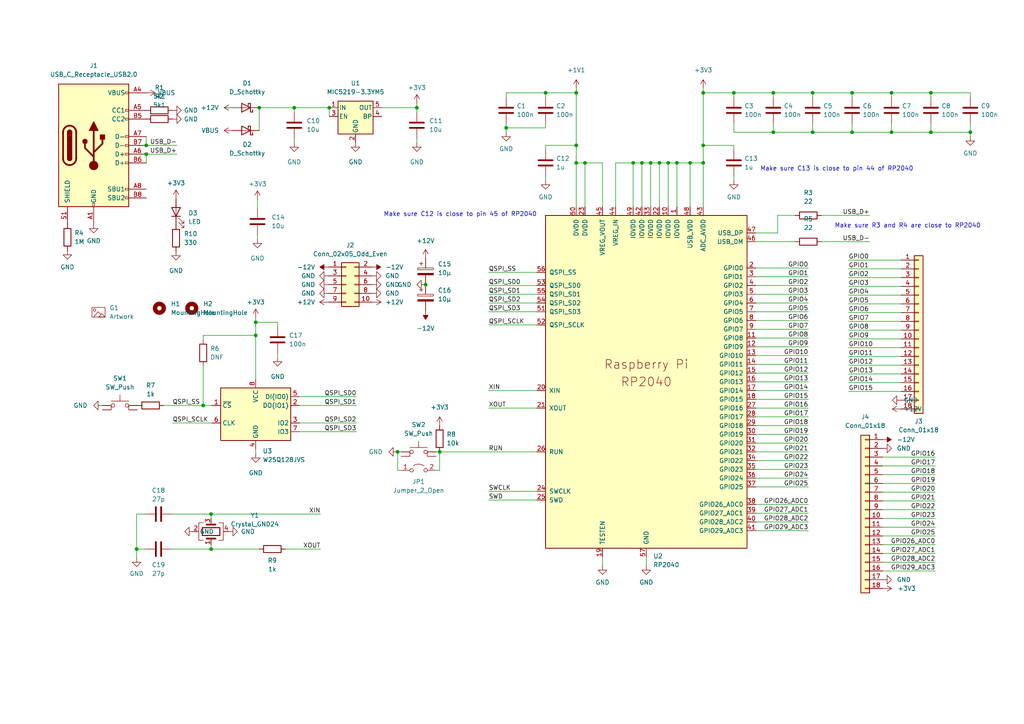
<source format=kicad_sch>
(kicad_sch (version 20211123) (generator eeschema)
  (paper "A4")
  (lib_symbols
    (symbol "Connector:USB_C_Receptacle_USB2.0" (pin_names (offset 1.016))
      (property "Reference" "J" (at -10.16 19.05 0))
      (property "Value" "USB_C_Receptacle_USB2.0" (at 19.05 19.05 0))
      (symbol "USB_C_Receptacle_USB2.0_1_1"
        (pin passive line (at 0 -22.86 90) (length 5.08) (name "GND") (number "A1"))
        (pin passive line (at 0 -22.86 90) (length 5.08) hide (name "GND") (number "A12"))
        (pin passive line (at 15.24 15.24 180) (length 5.08) (name "VBUS") (number "A4"))
        (pin bidirectional line (at 15.24 10.16 180) (length 5.08) (name "CC1") (number "A5"))
        (pin bidirectional line (at 15.24 -2.54 180) (length 5.08) (name "D+") (number "A6"))
        (pin bidirectional line (at 15.24 2.54 180) (length 5.08) (name "D-") (number "A7"))
        (pin bidirectional line (at 15.24 -12.7 180) (length 5.08) (name "SBU1") (number "A8"))
        (pin passive line (at 15.24 15.24 180) (length 5.08) hide (name "VBUS") (number "A9"))
        (pin passive line (at 0 -22.86 90) (length 5.08) hide (name "GND") (number "B1"))
        (pin passive line (at 0 -22.86 90) (length 5.08) hide (name "GND") (number "B12"))
        (pin passive line (at 15.24 15.24 180) (length 5.08) hide (name "VBUS") (number "B4"))
        (pin bidirectional line (at 15.24 7.62 180) (length 5.08) (name "CC2") (number "B5"))
        (pin bidirectional line (at 15.24 -5.08 180) (length 5.08) (name "D+") (number "B6"))
        (pin bidirectional line (at 15.24 0 180) (length 5.08) (name "D-") (number "B7"))
        (pin bidirectional line (at 15.24 -15.24 180) (length 5.08) (name "SBU2") (number "B8"))
        (pin passive line (at 15.24 15.24 180) (length 5.08) hide (name "VBUS") (number "B9"))
        (pin passive line (at -7.62 -22.86 90) (length 5.08) (name "SHIELD") (number "S1"))
      )
    )
    (symbol "Connector_Generic:Conn_01x18" (pin_names (offset 1.016) hide)
      (property "Reference" "J" (at 0 22.86 0))
      (property "Value" "Conn_01x18" (at 0 -25.4 0))
      (symbol "Conn_01x18_1_1"
        (pin passive line (at -5.08 20.32 0) (length 3.81) (name "Pin_1") (number "1"))
        (pin passive line (at -5.08 -2.54 0) (length 3.81) (name "Pin_10") (number "10"))
        (pin passive line (at -5.08 -5.08 0) (length 3.81) (name "Pin_11") (number "11"))
        (pin passive line (at -5.08 -7.62 0) (length 3.81) (name "Pin_12") (number "12"))
        (pin passive line (at -5.08 -10.16 0) (length 3.81) (name "Pin_13") (number "13"))
        (pin passive line (at -5.08 -12.7 0) (length 3.81) (name "Pin_14") (number "14"))
        (pin passive line (at -5.08 -15.24 0) (length 3.81) (name "Pin_15") (number "15"))
        (pin passive line (at -5.08 -17.78 0) (length 3.81) (name "Pin_16") (number "16"))
        (pin passive line (at -5.08 -20.32 0) (length 3.81) (name "Pin_17") (number "17"))
        (pin passive line (at -5.08 -22.86 0) (length 3.81) (name "Pin_18") (number "18"))
        (pin passive line (at -5.08 17.78 0) (length 3.81) (name "Pin_2") (number "2"))
        (pin passive line (at -5.08 15.24 0) (length 3.81) (name "Pin_3") (number "3"))
        (pin passive line (at -5.08 12.7 0) (length 3.81) (name "Pin_4") (number "4"))
        (pin passive line (at -5.08 10.16 0) (length 3.81) (name "Pin_5") (number "5"))
        (pin passive line (at -5.08 7.62 0) (length 3.81) (name "Pin_6") (number "6"))
        (pin passive line (at -5.08 5.08 0) (length 3.81) (name "Pin_7") (number "7"))
        (pin passive line (at -5.08 2.54 0) (length 3.81) (name "Pin_8") (number "8"))
        (pin passive line (at -5.08 0 0) (length 3.81) (name "Pin_9") (number "9"))
      )
    )
    (symbol "Connector_Generic:Conn_02x05_Odd_Even" (pin_names (offset 1.016) hide)
      (property "Reference" "J" (at 1.27 7.62 0))
      (property "Value" "Conn_02x05_Odd_Even" (at 1.27 -7.62 0))
      (symbol "Conn_02x05_Odd_Even_1_1"
        (pin passive line (at -5.08 5.08 0) (length 3.81) (name "Pin_1") (number "1"))
        (pin passive line (at 7.62 -5.08 180) (length 3.81) (name "Pin_10") (number "10"))
        (pin passive line (at 7.62 5.08 180) (length 3.81) (name "Pin_2") (number "2"))
        (pin passive line (at -5.08 2.54 0) (length 3.81) (name "Pin_3") (number "3"))
        (pin passive line (at 7.62 2.54 180) (length 3.81) (name "Pin_4") (number "4"))
        (pin passive line (at -5.08 0 0) (length 3.81) (name "Pin_5") (number "5"))
        (pin passive line (at 7.62 0 180) (length 3.81) (name "Pin_6") (number "6"))
        (pin passive line (at -5.08 -2.54 0) (length 3.81) (name "Pin_7") (number "7"))
        (pin passive line (at 7.62 -2.54 180) (length 3.81) (name "Pin_8") (number "8"))
        (pin passive line (at -5.08 -5.08 0) (length 3.81) (name "Pin_9") (number "9"))
      )
    )
    (symbol "Device:C" (pin_numbers hide) (pin_names (offset 0.254))
      (property "Reference" "C" (at 0.635 2.54 0))
      (property "Value" "C" (at 0.635 -2.54 0))
      (symbol "C_1_1"
        (pin passive line (at 0 3.81 270) (length 2.794) (name "~") (number "1"))
        (pin passive line (at 0 -3.81 90) (length 2.794) (name "~") (number "2"))
      )
    )
    (symbol "Device:C_Polarized" (pin_numbers hide) (pin_names (offset 0.254))
      (property "Reference" "C" (at 0.635 2.54 0))
      (property "Value" "C_Polarized" (at 0.635 -2.54 0))
      (symbol "C_Polarized_1_1"
        (pin passive line (at 0 3.81 270) (length 2.794) (name "~") (number "1"))
        (pin passive line (at 0 -3.81 90) (length 2.794) (name "~") (number "2"))
      )
    )
    (symbol "Device:Crystal_GND24" (pin_names (offset 1.016) hide)
      (property "Reference" "Y" (at 3.175 5.08 0))
      (property "Value" "Crystal_GND24" (at 3.175 3.175 0))
      (symbol "Crystal_GND24_1_1"
        (pin passive line (at -3.81 0 0) (length 1.27) (name "1") (number "1"))
        (pin passive line (at 0 5.08 270) (length 1.27) (name "2") (number "2"))
        (pin passive line (at 3.81 0 180) (length 1.27) (name "3") (number "3"))
        (pin passive line (at 0 -5.08 90) (length 1.27) (name "4") (number "4"))
      )
    )
    (symbol "Device:D_Schottky" (pin_numbers hide) (pin_names (offset 1.016) hide)
      (property "Reference" "D" (at 0 2.54 0))
      (property "Value" "D_Schottky" (at 0 -2.54 0))
      (symbol "D_Schottky_1_1"
        (pin passive line (at -3.81 0 0) (length 2.54) (name "K") (number "1"))
        (pin passive line (at 3.81 0 180) (length 2.54) (name "A") (number "2"))
      )
    )
    (symbol "Device:LED" (pin_numbers hide) (pin_names (offset 1.016) hide)
      (property "Reference" "D" (at 0 2.54 0))
      (property "Value" "LED" (at 0 -2.54 0))
      (symbol "LED_1_1"
        (pin passive line (at -3.81 0 0) (length 2.54) (name "K") (number "1"))
        (pin passive line (at 3.81 0 180) (length 2.54) (name "A") (number "2"))
      )
    )
    (symbol "Device:R" (pin_numbers hide) (pin_names (offset 0))
      (property "Reference" "R" (at 2.032 0 90))
      (property "Value" "R" (at 0 0 90))
      (symbol "R_1_1"
        (pin passive line (at 0 3.81 270) (length 1.27) (name "~") (number "1"))
        (pin passive line (at 0 -3.81 90) (length 1.27) (name "~") (number "2"))
      )
    )
    (symbol "Jumper:Jumper_2_Open" (pin_names (offset 0) hide)
      (property "Reference" "JP" (at 0 2.794 0))
      (property "Value" "Jumper_2_Open" (at 0 -2.286 0))
      (symbol "Jumper_2_Open_1_1"
        (pin passive line (at -5.08 0 0) (length 2.54) (name "A") (number "1"))
        (pin passive line (at 5.08 0 180) (length 2.54) (name "B") (number "2"))
      )
    )
    (symbol "MCU_RaspberryPi_RP2040:RP2040" (pin_names (offset 1.016))
      (property "Reference" "U" (at -29.21 49.53 0))
      (property "Value" "RP2040" (at 24.13 -49.53 0))
      (symbol "RP2040_0_0"
        (text "Raspberry Pi" (at 0 5.08 0) (effects (font (size 2.54 2.54))))
        (text "RP2040" (at 0 0 0) (effects (font (size 2.54 2.54))))
      )
      (symbol "RP2040_1_1"
        (pin power_in line (at 8.89 50.8 270) (length 2.54) (name "IOVDD") (number "1"))
        (pin power_in line (at 6.35 50.8 270) (length 2.54) (name "IOVDD") (number "10"))
        (pin bidirectional line (at 31.75 12.7 180) (length 2.54) (name "GPIO8") (number "11"))
        (pin bidirectional line (at 31.75 10.16 180) (length 2.54) (name "GPIO9") (number "12"))
        (pin bidirectional line (at 31.75 7.62 180) (length 2.54) (name "GPIO10") (number "13"))
        (pin bidirectional line (at 31.75 5.08 180) (length 2.54) (name "GPIO11") (number "14"))
        (pin bidirectional line (at 31.75 2.54 180) (length 2.54) (name "GPIO12") (number "15"))
        (pin bidirectional line (at 31.75 0 180) (length 2.54) (name "GPIO13") (number "16"))
        (pin bidirectional line (at 31.75 -2.54 180) (length 2.54) (name "GPIO14") (number "17"))
        (pin bidirectional line (at 31.75 -5.08 180) (length 2.54) (name "GPIO15") (number "18"))
        (pin passive line (at -12.7 -50.8 90) (length 2.54) (name "TESTEN") (number "19"))
        (pin bidirectional line (at 31.75 33.02 180) (length 2.54) (name "GPIO0") (number "2"))
        (pin input line (at -31.75 -2.54 0) (length 2.54) (name "XIN") (number "20"))
        (pin passive line (at -31.75 -7.62 0) (length 2.54) (name "XOUT") (number "21"))
        (pin power_in line (at 3.81 50.8 270) (length 2.54) (name "IOVDD") (number "22"))
        (pin power_in line (at -17.78 50.8 270) (length 2.54) (name "DVDD") (number "23"))
        (pin output line (at -31.75 -31.75 0) (length 2.54) (name "SWCLK") (number "24"))
        (pin bidirectional line (at -31.75 -34.29 0) (length 2.54) (name "SWD") (number "25"))
        (pin input line (at -31.75 -20.32 0) (length 2.54) (name "RUN") (number "26"))
        (pin bidirectional line (at 31.75 -7.62 180) (length 2.54) (name "GPIO16") (number "27"))
        (pin bidirectional line (at 31.75 -10.16 180) (length 2.54) (name "GPIO17") (number "28"))
        (pin bidirectional line (at 31.75 -12.7 180) (length 2.54) (name "GPIO18") (number "29"))
        (pin bidirectional line (at 31.75 30.48 180) (length 2.54) (name "GPIO1") (number "3"))
        (pin bidirectional line (at 31.75 -15.24 180) (length 2.54) (name "GPIO19") (number "30"))
        (pin bidirectional line (at 31.75 -17.78 180) (length 2.54) (name "GPIO20") (number "31"))
        (pin bidirectional line (at 31.75 -20.32 180) (length 2.54) (name "GPIO21") (number "32"))
        (pin power_in line (at 1.27 50.8 270) (length 2.54) (name "IOVDD") (number "33"))
        (pin bidirectional line (at 31.75 -22.86 180) (length 2.54) (name "GPIO22") (number "34"))
        (pin bidirectional line (at 31.75 -25.4 180) (length 2.54) (name "GPIO23") (number "35"))
        (pin bidirectional line (at 31.75 -27.94 180) (length 2.54) (name "GPIO24") (number "36"))
        (pin bidirectional line (at 31.75 -30.48 180) (length 2.54) (name "GPIO25") (number "37"))
        (pin bidirectional line (at 31.75 -35.56 180) (length 2.54) (name "GPIO26_ADC0") (number "38"))
        (pin bidirectional line (at 31.75 -38.1 180) (length 2.54) (name "GPIO27_ADC1") (number "39"))
        (pin bidirectional line (at 31.75 27.94 180) (length 2.54) (name "GPIO2") (number "4"))
        (pin bidirectional line (at 31.75 -40.64 180) (length 2.54) (name "GPIO28_ADC2") (number "40"))
        (pin bidirectional line (at 31.75 -43.18 180) (length 2.54) (name "GPIO29_ADC3") (number "41"))
        (pin power_in line (at -1.27 50.8 270) (length 2.54) (name "IOVDD") (number "42"))
        (pin power_in line (at 16.51 50.8 270) (length 2.54) (name "ADC_AVDD") (number "43"))
        (pin power_in line (at -8.89 50.8 270) (length 2.54) (name "VREG_IN") (number "44"))
        (pin power_out line (at -12.7 50.8 270) (length 2.54) (name "VREG_VOUT") (number "45"))
        (pin bidirectional line (at 31.75 40.64 180) (length 2.54) (name "USB_DM") (number "46"))
        (pin bidirectional line (at 31.75 43.18 180) (length 2.54) (name "USB_DP") (number "47"))
        (pin power_in line (at 12.7 50.8 270) (length 2.54) (name "USB_VDD") (number "48"))
        (pin power_in line (at -3.81 50.8 270) (length 2.54) (name "IOVDD") (number "49"))
        (pin bidirectional line (at 31.75 25.4 180) (length 2.54) (name "GPIO3") (number "5"))
        (pin power_in line (at -20.32 50.8 270) (length 2.54) (name "DVDD") (number "50"))
        (pin bidirectional line (at -31.75 20.32 0) (length 2.54) (name "QSPI_SD3") (number "51"))
        (pin output line (at -31.75 16.51 0) (length 2.54) (name "QSPI_SCLK") (number "52"))
        (pin bidirectional line (at -31.75 27.94 0) (length 2.54) (name "QSPI_SD0") (number "53"))
        (pin bidirectional line (at -31.75 22.86 0) (length 2.54) (name "QSPI_SD2") (number "54"))
        (pin bidirectional line (at -31.75 25.4 0) (length 2.54) (name "QSPI_SD1") (number "55"))
        (pin bidirectional line (at -31.75 31.75 0) (length 2.54) (name "QSPI_SS") (number "56"))
        (pin power_in line (at 0 -50.8 90) (length 2.54) (name "GND") (number "57"))
        (pin bidirectional line (at 31.75 22.86 180) (length 2.54) (name "GPIO4") (number "6"))
        (pin bidirectional line (at 31.75 20.32 180) (length 2.54) (name "GPIO5") (number "7"))
        (pin bidirectional line (at 31.75 17.78 180) (length 2.54) (name "GPIO6") (number "8"))
        (pin bidirectional line (at 31.75 15.24 180) (length 2.54) (name "GPIO7") (number "9"))
      )
    )
    (symbol "Mechanical:MountingHole" (pin_names (offset 1.016))
      (property "Reference" "H" (at 0 5.08 0))
      (property "Value" "MountingHole" (at 0 3.175 0))
    )
    (symbol "Memory_Flash:W25Q128JVS"
      (property "Reference" "U" (at -8.89 8.89 0))
      (property "Value" "W25Q128JVS" (at 7.62 8.89 0))
      (symbol "W25Q128JVS_1_1"
        (pin input line (at -12.7 2.54 0) (length 2.54) (name "~{CS}") (number "1"))
        (pin bidirectional line (at 12.7 2.54 180) (length 2.54) (name "DO(IO1)") (number "2"))
        (pin bidirectional line (at 12.7 -2.54 180) (length 2.54) (name "IO2") (number "3"))
        (pin power_in line (at 0 -10.16 90) (length 2.54) (name "GND") (number "4"))
        (pin bidirectional line (at 12.7 5.08 180) (length 2.54) (name "DI(IO0)") (number "5"))
        (pin input line (at -12.7 -2.54 0) (length 2.54) (name "CLK") (number "6"))
        (pin bidirectional line (at 12.7 -5.08 180) (length 2.54) (name "IO3") (number "7"))
        (pin power_in line (at 0 10.16 270) (length 2.54) (name "VCC") (number "8"))
      )
    )
    (symbol "Pale Slim Ghost:Artwork" (in_bom no)
      (property "Reference" "G" (at 0 0 0))
      (property "Value" "Artwork" (at 0 0 0))
    )
    (symbol "Regulator_Linear:MIC5219-3.3YM5" (pin_names (offset 0.254))
      (property "Reference" "U" (at -3.81 5.715 0))
      (property "Value" "MIC5219-3.3YM5" (at 0 5.715 0))
      (symbol "MIC5219-3.3YM5_1_1"
        (pin power_in line (at -7.62 2.54 0) (length 2.54) (name "IN") (number "1"))
        (pin power_in line (at 0 -7.62 90) (length 2.54) (name "GND") (number "2"))
        (pin input line (at -7.62 0 0) (length 2.54) (name "EN") (number "3"))
        (pin input line (at 7.62 0 180) (length 2.54) (name "BP") (number "4"))
        (pin power_out line (at 7.62 2.54 180) (length 2.54) (name "OUT") (number "5"))
      )
    )
    (symbol "SW_Push_1" (pin_numbers hide) (pin_names (offset 1.016) hide)
      (property "Reference" "SW2" (at 0 7.874 0))
      (property "Value" "SW_Push" (at 0 5.334 0))
      (symbol "SW_Push_1_0_1"
        (pin passive line (at -5.08 0 0) (length 2.54) (name "1") (number "1"))
        (pin passive line (at 5.08 0 180) (length 2.54) (name "2") (number "2"))
        (pin passive line (at -5.08 -1.27 0) (length 2.54) (name "3") (number "3"))
        (pin passive line (at 5.08 -1.27 180) (length 2.54) (name "4") (number "4"))
      )
    )
    (symbol "power:+12V" (power) (pin_names (offset 0))
      (property "Value" "+12V" (at 0 3.556 0))
      (symbol "+12V_1_1"
        (pin power_in line (at 0 0 90) (length 0) hide (name "+12V") (number "1"))
      )
    )
    (symbol "power:+1V1" (power) (pin_names (offset 0))
      (property "Value" "+1V1" (at 0 3.556 0))
      (symbol "+1V1_1_1"
        (pin power_in line (at 0 0 90) (length 0) hide (name "+1V1") (number "1"))
      )
    )
    (symbol "power:+3V3" (power) (pin_names (offset 0))
      (property "Value" "+3V3" (at 0 3.556 0))
      (symbol "+3V3_1_1"
        (pin power_in line (at 0 0 90) (length 0) hide (name "+3V3") (number "1"))
      )
    )
    (symbol "power:-12V" (power) (pin_names (offset 0))
      (property "Value" "-12V" (at 0 3.81 0))
      (symbol "-12V_0_0"
        (pin power_in line (at 0 0 90) (length 0) hide (name "-12V") (number "1"))
      )
    )
    (symbol "power:GND" (power) (pin_names (offset 0))
      (property "Value" "GND" (at 0 -3.81 0))
      (symbol "GND_1_1"
        (pin power_in line (at 0 0 270) (length 0) hide (name "GND") (number "1"))
      )
    )
    (symbol "power:VBUS" (power) (pin_names (offset 0))
      (property "Value" "VBUS" (at 0 3.81 0))
      (symbol "VBUS_1_1"
        (pin power_in line (at 0 0 90) (length 0) hide (name "VBUS") (number "1"))
      )
    )
  )
  (junction (at 115.316 131.064))
  (junction (at 247.142 38.354))
  (junction (at 212.852 26.924))
  (junction (at 167.132 47.244))
  (junction (at 247.142 26.924))
  (junction (at 224.282 38.354))
  (junction (at 258.572 26.924))
  (junction (at 203.962 47.244))
  (junction (at 270.002 26.924))
  (junction (at 58.928 117.602))
  (junction (at 167.132 42.164))
  (junction (at 95.504 31.242))
  (junction (at 281.432 38.354))
  (junction (at 270.002 38.354))
  (junction (at 258.572 38.354))
  (junction (at 203.962 26.924))
  (junction (at 74.168 93.472))
  (junction (at 235.712 26.924))
  (junction (at 61.214 159.258))
  (junction (at 186.182 47.244))
  (junction (at 196.342 47.244))
  (junction (at 85.344 31.242))
  (junction (at 158.242 26.924))
  (junction (at 123.444 82.55))
  (junction (at 39.624 159.258))
  (junction (at 127.508 131.064))
  (junction (at 188.722 47.244))
  (junction (at 146.812 37.084))
  (junction (at 42.418 44.704))
  (junction (at 191.262 47.244))
  (junction (at 61.214 149.098))
  (junction (at 74.168 97.282))
  (junction (at 169.672 47.244))
  (junction (at 203.962 42.164))
  (junction (at 235.712 38.354))
  (junction (at 167.132 26.924))
  (junction (at 183.642 47.244))
  (junction (at 75.184 31.242))
  (junction (at 120.904 31.242))
  (junction (at 42.418 42.164))
  (junction (at 200.152 47.244))
  (junction (at 193.802 47.244))
  (junction (at 224.282 26.924))
  (wire (pts (xy 225.552 62.484) (xy 230.632 62.484)))
  (wire (pts (xy 219.202 141.224) (xy 234.442 141.224)))
  (wire (pts (xy 219.202 90.424) (xy 234.442 90.424)))
  (wire (pts (xy 247.142 38.354) (xy 235.712 38.354)))
  (wire (pts (xy 85.344 40.132) (xy 85.344 41.402)))
  (wire (pts (xy 174.752 59.944) (xy 174.752 47.244)))
  (wire (pts (xy 39.624 159.258) (xy 39.624 161.798)))
  (wire (pts (xy 178.562 47.244) (xy 183.642 47.244)))
  (wire (pts (xy 141.732 82.804) (xy 155.702 82.804)))
  (wire (pts (xy 270.002 38.354) (xy 258.572 38.354)))
  (wire (pts (xy 281.432 28.194) (xy 281.432 26.924)))
  (wire (pts (xy 155.702 118.364) (xy 141.732 118.364)))
  (wire (pts (xy 256.032 157.988) (xy 271.272 157.988)))
  (wire (pts (xy 212.852 35.814) (xy 212.852 38.354)))
  (wire (pts (xy 258.572 38.354) (xy 247.142 38.354)))
  (wire (pts (xy 256.032 142.748) (xy 271.272 142.748)))
  (wire (pts (xy 247.142 35.814) (xy 247.142 38.354)))
  (wire (pts (xy 47.498 117.602) (xy 58.928 117.602)))
  (wire (pts (xy 200.152 47.244) (xy 203.962 47.244)))
  (wire (pts (xy 158.242 37.084) (xy 158.242 35.814)))
  (wire (pts (xy 95.504 31.242) (xy 95.504 33.782)))
  (wire (pts (xy 261.366 77.978) (xy 246.126 77.978)))
  (wire (pts (xy 82.804 159.258) (xy 92.964 159.258)))
  (wire (pts (xy 219.202 77.724) (xy 234.442 77.724)))
  (wire (pts (xy 155.702 94.234) (xy 141.732 94.234)))
  (wire (pts (xy 219.202 125.984) (xy 234.442 125.984)))
  (wire (pts (xy 219.202 108.204) (xy 234.442 108.204)))
  (wire (pts (xy 42.418 42.164) (xy 51.308 42.164)))
  (wire (pts (xy 219.202 103.124) (xy 234.442 103.124)))
  (wire (pts (xy 224.282 26.924) (xy 235.712 26.924)))
  (wire (pts (xy 187.452 161.544) (xy 187.452 164.084)))
  (wire (pts (xy 203.962 42.164) (xy 203.962 47.244)))
  (wire (pts (xy 212.852 51.054) (xy 212.852 52.324)))
  (wire (pts (xy 256.032 140.208) (xy 271.272 140.208)))
  (wire (pts (xy 155.702 142.494) (xy 141.732 142.494)))
  (wire (pts (xy 167.132 25.654) (xy 167.132 26.924)))
  (wire (pts (xy 219.202 128.524) (xy 234.442 128.524)))
  (wire (pts (xy 158.242 43.434) (xy 158.242 42.164)))
  (wire (pts (xy 212.852 28.194) (xy 212.852 26.924)))
  (wire (pts (xy 42.418 44.704) (xy 51.308 44.704)))
  (wire (pts (xy 116.332 136.398) (xy 115.316 136.398)))
  (wire (pts (xy 141.732 87.884) (xy 155.702 87.884)))
  (wire (pts (xy 110.744 31.242) (xy 120.904 31.242)))
  (wire (pts (xy 80.518 93.472) (xy 74.168 93.472)))
  (wire (pts (xy 174.752 161.544) (xy 174.752 164.084)))
  (wire (pts (xy 270.002 35.814) (xy 270.002 38.354)))
  (wire (pts (xy 235.712 26.924) (xy 247.142 26.924)))
  (wire (pts (xy 256.032 163.068) (xy 271.272 163.068)))
  (wire (pts (xy 256.032 165.608) (xy 271.272 165.608)))
  (wire (pts (xy 258.572 26.924) (xy 270.002 26.924)))
  (wire (pts (xy 256.032 145.288) (xy 271.272 145.288)))
  (wire (pts (xy 261.366 103.378) (xy 246.126 103.378)))
  (wire (pts (xy 158.242 28.194) (xy 158.242 26.924)))
  (wire (pts (xy 219.202 80.264) (xy 234.442 80.264)))
  (wire (pts (xy 74.168 130.302) (xy 74.168 131.572)))
  (wire (pts (xy 188.722 59.944) (xy 188.722 47.244)))
  (wire (pts (xy 141.732 90.424) (xy 155.702 90.424)))
  (wire (pts (xy 120.904 40.132) (xy 120.904 41.402)))
  (wire (pts (xy 174.752 47.244) (xy 169.672 47.244)))
  (wire (pts (xy 85.344 32.512) (xy 85.344 31.242)))
  (wire (pts (xy 219.202 100.584) (xy 234.442 100.584)))
  (wire (pts (xy 74.168 97.282) (xy 74.168 109.982)))
  (wire (pts (xy 212.852 43.434) (xy 212.852 42.164)))
  (wire (pts (xy 75.184 31.242) (xy 85.344 31.242)))
  (wire (pts (xy 261.366 113.538) (xy 246.126 113.538)))
  (wire (pts (xy 219.202 123.444) (xy 234.442 123.444)))
  (wire (pts (xy 167.132 42.164) (xy 167.132 47.244)))
  (wire (pts (xy 74.168 93.472) (xy 74.168 97.282)))
  (wire (pts (xy 49.784 159.258) (xy 61.214 159.258)))
  (wire (pts (xy 146.812 28.194) (xy 146.812 26.924)))
  (wire (pts (xy 42.418 39.624) (xy 42.418 42.164)))
  (wire (pts (xy 261.366 75.438) (xy 246.126 75.438)))
  (wire (pts (xy 212.852 26.924) (xy 224.282 26.924)))
  (wire (pts (xy 167.132 47.244) (xy 167.132 59.944)))
  (wire (pts (xy 158.242 51.054) (xy 158.242 52.324)))
  (wire (pts (xy 61.214 150.368) (xy 61.214 149.098)))
  (wire (pts (xy 186.182 59.944) (xy 186.182 47.244)))
  (wire (pts (xy 49.784 149.098) (xy 61.214 149.098)))
  (wire (pts (xy 235.712 35.814) (xy 235.712 38.354)))
  (wire (pts (xy 203.962 25.654) (xy 203.962 26.924)))
  (wire (pts (xy 203.962 42.164) (xy 212.852 42.164)))
  (wire (pts (xy 58.928 97.282) (xy 74.168 97.282)))
  (wire (pts (xy 256.032 150.368) (xy 271.272 150.368)))
  (wire (pts (xy 196.342 47.244) (xy 196.342 59.944)))
  (wire (pts (xy 256.032 160.528) (xy 271.272 160.528)))
  (wire (pts (xy 86.868 117.602) (xy 103.378 117.602)))
  (wire (pts (xy 219.202 70.104) (xy 230.632 70.104)))
  (wire (pts (xy 258.572 35.814) (xy 258.572 38.354)))
  (wire (pts (xy 178.562 59.944) (xy 178.562 47.244)))
  (wire (pts (xy 256.032 135.128) (xy 271.272 135.128)))
  (wire (pts (xy 120.904 31.242) (xy 120.904 29.972)))
  (wire (pts (xy 247.142 28.194) (xy 247.142 26.924)))
  (wire (pts (xy 86.868 125.222) (xy 103.378 125.222)))
  (wire (pts (xy 219.202 115.824) (xy 234.442 115.824)))
  (wire (pts (xy 126.492 136.398) (xy 127.508 136.398)))
  (wire (pts (xy 261.366 85.598) (xy 246.126 85.598)))
  (wire (pts (xy 261.366 93.218) (xy 246.126 93.218)))
  (wire (pts (xy 219.202 131.064) (xy 234.442 131.064)))
  (wire (pts (xy 219.202 98.044) (xy 234.442 98.044)))
  (wire (pts (xy 225.552 62.484) (xy 225.552 67.564)))
  (wire (pts (xy 261.366 83.058) (xy 246.126 83.058)))
  (wire (pts (xy 219.202 151.384) (xy 234.442 151.384)))
  (wire (pts (xy 203.962 47.244) (xy 203.962 59.944)))
  (wire (pts (xy 219.202 95.504) (xy 234.442 95.504)))
  (wire (pts (xy 80.518 102.362) (xy 80.518 103.632)))
  (wire (pts (xy 261.366 88.138) (xy 246.126 88.138)))
  (wire (pts (xy 270.002 38.354) (xy 281.432 38.354)))
  (wire (pts (xy 193.802 47.244) (xy 196.342 47.244)))
  (wire (pts (xy 281.432 35.814) (xy 281.432 38.354)))
  (wire (pts (xy 256.032 155.448) (xy 271.272 155.448)))
  (wire (pts (xy 155.702 78.994) (xy 141.732 78.994)))
  (wire (pts (xy 203.962 26.924) (xy 212.852 26.924)))
  (wire (pts (xy 224.282 28.194) (xy 224.282 26.924)))
  (wire (pts (xy 219.202 133.604) (xy 234.442 133.604)))
  (wire (pts (xy 141.732 113.284) (xy 155.702 113.284)))
  (wire (pts (xy 74.168 92.202) (xy 74.168 93.472)))
  (wire (pts (xy 196.342 47.244) (xy 200.152 47.244)))
  (wire (pts (xy 256.032 147.828) (xy 271.272 147.828)))
  (wire (pts (xy 261.366 105.918) (xy 246.126 105.918)))
  (wire (pts (xy 146.812 37.084) (xy 146.812 38.354)))
  (wire (pts (xy 219.202 148.844) (xy 234.442 148.844)))
  (wire (pts (xy 120.904 32.512) (xy 120.904 31.242)))
  (wire (pts (xy 188.722 47.244) (xy 191.262 47.244)))
  (wire (pts (xy 42.164 159.258) (xy 39.624 159.258)))
  (wire (pts (xy 261.366 108.458) (xy 246.126 108.458)))
  (wire (pts (xy 219.202 92.964) (xy 234.442 92.964)))
  (wire (pts (xy 74.676 57.912) (xy 74.676 60.452)))
  (wire (pts (xy 261.366 90.678) (xy 246.126 90.678)))
  (wire (pts (xy 61.214 149.098) (xy 92.964 149.098)))
  (wire (pts (xy 74.676 68.072) (xy 74.676 69.342)))
  (wire (pts (xy 219.202 146.304) (xy 234.442 146.304)))
  (wire (pts (xy 261.366 80.518) (xy 246.126 80.518)))
  (wire (pts (xy 219.202 85.344) (xy 234.442 85.344)))
  (wire (pts (xy 224.282 35.814) (xy 224.282 38.354)))
  (wire (pts (xy 141.732 85.344) (xy 155.702 85.344)))
  (wire (pts (xy 247.142 26.924) (xy 258.572 26.924)))
  (wire (pts (xy 219.202 136.144) (xy 234.442 136.144)))
  (wire (pts (xy 219.202 87.884) (xy 234.442 87.884)))
  (wire (pts (xy 167.132 26.924) (xy 167.132 42.164)))
  (wire (pts (xy 219.202 105.664) (xy 234.442 105.664)))
  (wire (pts (xy 42.164 149.098) (xy 39.624 149.098)))
  (wire (pts (xy 191.262 59.944) (xy 191.262 47.244)))
  (wire (pts (xy 42.418 44.704) (xy 42.418 47.244)))
  (wire (pts (xy 219.202 153.924) (xy 234.442 153.924)))
  (wire (pts (xy 95.504 31.242) (xy 85.344 31.242)))
  (wire (pts (xy 219.202 120.904) (xy 234.442 120.904)))
  (wire (pts (xy 219.202 110.744) (xy 234.442 110.744)))
  (wire (pts (xy 61.214 157.988) (xy 61.214 159.258)))
  (wire (pts (xy 61.214 159.258) (xy 75.184 159.258)))
  (wire (pts (xy 169.672 47.244) (xy 167.132 47.244)))
  (wire (pts (xy 281.432 38.354) (xy 281.432 39.624)))
  (wire (pts (xy 86.868 115.062) (xy 103.378 115.062)))
  (wire (pts (xy 238.252 62.484) (xy 252.222 62.484)))
  (wire (pts (xy 200.152 59.944) (xy 200.152 47.244)))
  (wire (pts (xy 219.202 82.804) (xy 234.442 82.804)))
  (wire (pts (xy 219.202 67.564) (xy 225.552 67.564)))
  (wire (pts (xy 235.712 38.354) (xy 224.282 38.354)))
  (wire (pts (xy 146.812 35.814) (xy 146.812 37.084)))
  (wire (pts (xy 261.366 110.998) (xy 246.126 110.998)))
  (wire (pts (xy 58.928 106.172) (xy 58.928 117.602)))
  (wire (pts (xy 169.672 59.944) (xy 169.672 47.244)))
  (wire (pts (xy 256.032 132.588) (xy 271.272 132.588)))
  (wire (pts (xy 235.712 28.194) (xy 235.712 26.924)))
  (wire (pts (xy 224.282 38.354) (xy 212.852 38.354)))
  (wire (pts (xy 126.492 131.064) (xy 127.508 131.064)))
  (wire (pts (xy 58.928 98.552) (xy 58.928 97.282)))
  (wire (pts (xy 58.928 117.602) (xy 61.468 117.602)))
  (wire (pts (xy 238.252 70.104) (xy 252.222 70.104)))
  (wire (pts (xy 261.366 98.298) (xy 246.126 98.298)))
  (wire (pts (xy 203.962 26.924) (xy 203.962 42.164)))
  (wire (pts (xy 155.702 145.034) (xy 141.732 145.034)))
  (wire (pts (xy 258.572 28.194) (xy 258.572 26.924)))
  (wire (pts (xy 158.242 26.924) (xy 167.132 26.924)))
  (wire (pts (xy 115.316 131.064) (xy 116.332 131.064)))
  (wire (pts (xy 270.002 26.924) (xy 281.432 26.924)))
  (wire (pts (xy 146.812 37.084) (xy 158.242 37.084)))
  (wire (pts (xy 115.316 136.398) (xy 115.316 131.064)))
  (wire (pts (xy 39.624 149.098) (xy 39.624 159.258)))
  (wire (pts (xy 219.202 118.364) (xy 234.442 118.364)))
  (wire (pts (xy 193.802 59.944) (xy 193.802 47.244)))
  (wire (pts (xy 127.508 136.398) (xy 127.508 131.064)))
  (wire (pts (xy 127.508 131.064) (xy 155.702 131.064)))
  (wire (pts (xy 146.812 26.924) (xy 158.242 26.924)))
  (wire (pts (xy 191.262 47.244) (xy 193.802 47.244)))
  (wire (pts (xy 75.184 31.242) (xy 75.184 37.846)))
  (wire (pts (xy 261.366 100.838) (xy 246.126 100.838)))
  (wire (pts (xy 183.642 47.244) (xy 186.182 47.244)))
  (wire (pts (xy 219.202 113.284) (xy 234.442 113.284)))
  (wire (pts (xy 261.366 95.758) (xy 246.126 95.758)))
  (wire (pts (xy 270.002 28.194) (xy 270.002 26.924)))
  (wire (pts (xy 86.868 122.682) (xy 103.378 122.682)))
  (wire (pts (xy 219.202 138.684) (xy 234.442 138.684)))
  (wire (pts (xy 158.242 42.164) (xy 167.132 42.164)))
  (wire (pts (xy 50.038 122.682) (xy 61.468 122.682)))
  (wire (pts (xy 80.518 94.742) (xy 80.518 93.472)))
  (wire (pts (xy 256.032 137.668) (xy 271.272 137.668)))
  (wire (pts (xy 183.642 59.944) (xy 183.642 47.244)))
  (wire (pts (xy 256.032 152.908) (xy 271.272 152.908)))
  (wire (pts (xy 186.182 47.244) (xy 188.722 47.244)))
  (text "Make sure C13 is close to pin 44 of RP2040" (at 220.472 49.784 0) (effects (font (size 1.27 1.27)) (justify left bottom)))
  (text "Make sure C12 is close to pin 45 of RP2040" (at 111.252 62.992 0) (effects (font (size 1.27 1.27)) (justify left bottom)))
  (text "Make sure R3 and R4 are close to RP2040" (at 242.062 66.294 0) (effects (font (size 1.27 1.27)) (justify left bottom)))
  (label "GPIO25" (at 271.272 155.448 180))
  (label "GPIO18" (at 234.442 123.444 180))
  (label "GPIO29_ADC3" (at 271.272 165.608 180))
  (label "USB_D+" (at 252.222 62.484 180))
  (label "RUN" (at 141.732 131.064 0))
  (label "GPIO19" (at 234.442 125.984 180))
  (label "GPIO13" (at 234.442 110.744 180))
  (label "GPIO27_ADC1" (at 234.442 148.844 180))
  (label "GPIO16" (at 234.442 118.364 180))
  (label "GPIO28_ADC2" (at 271.272 163.068 180))
  (label "GPIO22" (at 271.272 147.828 180))
  (label "GPIO11" (at 234.442 105.664 180))
  (label "GPIO3" (at 234.442 85.344 180))
  (label "SWD" (at 141.732 145.034 0))
  (label "GPIO20" (at 271.272 142.748 180))
  (label "GPIO18" (at 271.272 137.668 180))
  (label "GPIO10" (at 234.442 103.124 180))
  (label "QSPI_SD3" (at 141.732 90.424 0))
  (label "GPIO27_ADC1" (at 271.272 160.528 180))
  (label "GPIO9" (at 234.442 100.584 180))
  (label "GPIO23" (at 271.272 150.368 180))
  (label "GPIO17" (at 271.272 135.128 180))
  (label "QSPI_SD1" (at 141.732 85.344 0))
  (label "USB_D+" (at 51.308 44.704 180))
  (label "GPIO21" (at 234.442 131.064 180))
  (label "GPIO26_ADC0" (at 271.272 157.988 180))
  (label "GPIO1" (at 246.126 77.978 0))
  (label "GPIO29_ADC3" (at 234.442 153.924 180))
  (label "GPIO7" (at 246.126 93.218 0))
  (label "XOUT" (at 141.732 118.364 0))
  (label "GPIO15" (at 246.126 113.538 0))
  (label "QSPI_SD1" (at 103.378 117.602 180))
  (label "GPIO19" (at 271.272 140.208 180))
  (label "GPIO9" (at 246.126 98.298 0))
  (label "GPIO10" (at 246.126 100.838 0))
  (label "GPIO0" (at 246.126 75.438 0))
  (label "GPIO17" (at 234.442 120.904 180))
  (label "GPIO8" (at 234.442 98.044 180))
  (label "GPIO4" (at 234.442 87.884 180))
  (label "GPIO1" (at 234.442 80.264 180))
  (label "GPIO24" (at 271.272 152.908 180))
  (label "GPIO16" (at 271.272 132.588 180))
  (label "USB_D-" (at 252.222 70.104 180))
  (label "GPIO14" (at 246.126 110.998 0))
  (label "QSPI_SS" (at 50.038 117.602 0))
  (label "GPIO25" (at 234.442 141.224 180))
  (label "GPIO11" (at 246.126 103.378 0))
  (label "GPIO24" (at 234.442 138.684 180))
  (label "GPIO12" (at 246.126 105.918 0))
  (label "QSPI_SS" (at 141.732 78.994 0))
  (label "GPIO6" (at 234.442 92.964 180))
  (label "GPIO5" (at 246.126 88.138 0))
  (label "GPIO26_ADC0" (at 234.442 146.304 180))
  (label "GPIO4" (at 246.126 85.598 0))
  (label "GPIO5" (at 234.442 90.424 180))
  (label "QSPI_SD0" (at 141.732 82.804 0))
  (label "SWCLK" (at 141.732 142.494 0))
  (label "GPIO2" (at 234.442 82.804 180))
  (label "GPIO22" (at 234.442 133.604 180))
  (label "GPIO3" (at 246.126 83.058 0))
  (label "GPIO28_ADC2" (at 234.442 151.384 180))
  (label "GPIO20" (at 234.442 128.524 180))
  (label "GPIO12" (at 234.442 108.204 180))
  (label "XIN" (at 92.964 149.098 180))
  (label "QSPI_SD3" (at 103.378 125.222 180))
  (label "QSPI_SD2" (at 141.732 87.884 0))
  (label "QSPI_SCLK" (at 50.038 122.682 0))
  (label "GPIO2" (at 246.126 80.518 0))
  (label "GPIO21" (at 271.272 145.288 180))
  (label "GPIO0" (at 234.442 77.724 180))
  (label "GPIO8" (at 246.126 95.758 0))
  (label "USB_D-" (at 51.308 42.164 180))
  (label "XOUT" (at 92.964 159.258 180))
  (label "GPIO7" (at 234.442 95.504 180))
  (label "GPIO6" (at 246.126 90.678 0))
  (label "QSPI_SD2" (at 103.378 122.682 180))
  (label "GPIO15" (at 234.442 115.824 180))
  (label "QSPI_SCLK" (at 141.732 94.234 0))
  (label "GPIO13" (at 246.126 108.458 0))
  (label "GPIO23" (at 234.442 136.144 180))
  (label "QSPI_SD0" (at 103.378 115.062 180))
  (label "GPIO14" (at 234.442 113.284 180))
  (label "XIN" (at 141.732 113.284 0))
  (symbol (lib_id "power:GND") (at 66.294 154.178 90) (unit 1)
    (property "Reference" "#PWR043" (effects hide))
    (property "Value" "GND" (at 69.85 154.1779 90) (effects (justify right)))
  )
  (symbol (lib_id "Device:C") (at 45.974 159.258 270) (unit 1)
    (property "Reference" "C19" (at 45.974 163.83 90))
    (property "Value" "27p" (at 45.974 166.37 90))
    (property "Footprint" "Capacitor_SMD:C_0402_1005Metric" (effects hide))
  )
  (symbol (lib_id "power:GND") (at 56.134 154.178 270) (unit 1)
    (property "Reference" "#PWR042" (effects hide))
    (property "Value" "GND" (at 57.912 154.1779 90) (effects (justify left)))
  )
  (symbol (lib_id "power:GND") (at 107.95 85.09 90) (mirror x) (unit 1)
    (property "Reference" "#PWR029" (effects hide))
    (property "Value" "GND" (at 111.76 85.0899 90) (effects (justify right)))
  )
  (symbol (lib_id "power:GND") (at 107.95 80.01 90) (mirror x) (unit 1)
    (property "Reference" "#PWR024" (effects hide))
    (property "Value" "GND" (at 111.76 80.0099 90) (effects (justify right)))
  )
  (symbol (lib_id "power:GND") (at 256.032 168.148 90) (mirror x) (unit 1)
    (property "Reference" "#PWR0107" (effects hide))
    (property "Value" "GND" (at 260.096 168.1481 90) (effects (justify right)))
  )
  (symbol (lib_id "Device:C") (at 247.142 32.004 0) (unit 1)
    (property "Reference" "C6" (at 250.19 30.7339 0) (effects (justify left)))
    (property "Value" "100n" (at 250.19 33.2739 0) (effects (justify left)))
    (property "Footprint" "Capacitor_SMD:C_0402_1005Metric" (effects hide))
  )
  (symbol (lib_id "Mechanical:MountingHole") (at 46.228 89.408 0) (unit 1) (in_bom no)
    (property "Reference" "H1" (at 49.53 88.1379 0) (effects (justify left)))
    (property "Value" "MountingHole" (at 49.53 90.6779 0) (effects (justify left)))
    (property "Footprint" "Pale Slim Ghost:hole JLCPCB tooling" (effects hide))
  )
  (symbol (lib_id "Connector_Generic:Conn_02x05_Odd_Even") (at 100.33 82.55 0) (unit 1) (in_bom no)
    (property "Reference" "J2" (at 101.6 71.12 0))
    (property "Value" "Conn_02x05_Odd_Even" (at 101.6 73.66 0))
    (property "Footprint" "Pale Slim Ghost:PinHeader_Shrouded_2x05_P2.54mm_Horizontal" (effects hide))
  )
  (symbol (lib_id "power:+3V3") (at 203.962 25.654 0) (unit 1)
    (property "Reference" "#PWR02" (effects hide))
    (property "Value" "+3V3" (at 203.962 20.32 0))
  )
  (symbol (lib_id "power:GND") (at 158.242 52.324 0) (unit 1)
    (property "Reference" "#PWR014" (effects hide))
    (property "Value" "GND" (at 158.242 57.15 0))
  )
  (symbol (lib_id "power:GND") (at 123.444 82.55 270) (unit 1)
    (property "Reference" "#PWR027" (effects hide))
    (property "Value" "GND" (at 119.38 82.5499 90) (effects (justify right)))
  )
  (symbol (lib_id "Regulator_Linear:MIC5219-3.3YM5") (at 103.124 33.782 0) (unit 1) (in_bom no)
    (property "Reference" "U1" (at 103.124 24.13 0))
    (property "Value" "MIC5219-3.3YM5" (at 103.124 26.67 0))
    (property "Footprint" "Package_TO_SOT_SMD:SOT-23-5" (effects hide))
    (property "Datasheet" "http://ww1.microchip.com/downloads/en/DeviceDoc/MIC5219-500mA-Peak-Output-LDO-Regulator-DS20006021A.pdf" (effects hide))
  )
  (symbol (lib_id "Jumper:Jumper_2_Open") (at 121.412 136.398 0) (unit 1) (in_bom no)
    (property "Reference" "JP1" (at 121.412 139.7 0))
    (property "Value" "Jumper_2_Open" (at 121.412 142.24 0))
    (property "Footprint" "Jumper:SolderJumper-2_P1.3mm_Open_Pad1.0x1.5mm" (effects hide))
  )
  (symbol (lib_id "power:GND") (at 27.178 65.024 0) (unit 1)
    (property "Reference" "#PWR017" (effects hide))
    (property "Value" "GND" (at 27.178 69.85 0))
  )
  (symbol (lib_id "power:+3V3") (at 256.032 170.688 270) (mirror x) (unit 1)
    (property "Reference" "#PWR0106" (effects hide))
    (property "Value" "+3V3" (at 260.35 170.6881 90) (effects (justify left)))
  )
  (symbol (lib_id "power:GND") (at 187.452 164.084 0) (unit 1)
    (property "Reference" "#PWR041" (effects hide))
    (property "Value" "GND" (at 187.452 168.91 0))
  )
  (symbol (lib_id "power:VBUS") (at 42.418 26.924 270) (unit 1)
    (property "Reference" "#PWR03" (effects hide))
    (property "Value" "VBUS" (at 45.72 26.9239 90) (effects (justify left)))
  )
  (symbol (lib_id "Device:R") (at 234.442 70.104 270) (unit 1)
    (property "Reference" "R5" (at 234.442 63.5 90))
    (property "Value" "22" (at 234.442 66.04 90))
    (property "Footprint" "Resistor_SMD:R_0402_1005Metric" (effects hide))
  )
  (symbol (lib_id "Device:R") (at 46.228 34.544 90) (unit 1)
    (property "Reference" "R2" (at 46.228 27.94 90))
    (property "Value" "5k1" (at 46.228 30.48 90))
    (property "Footprint" "Resistor_SMD:R_0402_1005Metric" (effects hide))
  )
  (symbol (lib_id "power:GND") (at 51.054 72.898 0) (unit 1)
    (property "Reference" "#PWR0102" (effects hide))
    (property "Value" "GND" (at 51.054 78.486 0))
  )
  (symbol (lib_id "power:+3V3") (at 120.904 29.972 0) (unit 1)
    (property "Reference" "#PWR04" (effects hide))
    (property "Value" "+3V3" (at 120.904 25.4 0))
  )
  (symbol (lib_id "Device:R") (at 127.508 127.254 0) (unit 1)
    (property "Reference" "R8" (at 129.54 125.9839 0) (effects (justify left)))
    (property "Value" "10k" (at 129.54 128.5239 0) (effects (justify left)))
    (property "Footprint" "Resistor_SMD:R_0402_1005Metric" (effects hide))
  )
  (symbol (lib_id "power:GND") (at 107.95 82.55 90) (mirror x) (unit 1)
    (property "Reference" "#PWR026" (effects hide))
    (property "Value" "GND" (at 111.76 82.5499 90) (effects (justify right)))
  )
  (symbol (lib_id "Memory_Flash:W25Q128JVS") (at 74.168 120.142 0) (unit 1)
    (property "Reference" "U3" (at 76.1874 130.81 0) (effects (justify left)))
    (property "Value" "W25Q128JVS" (at 76.1874 133.35 0) (effects (justify left)))
    (property "Footprint" "Package_SO:SOIC-8_5.23x5.23mm_P1.27mm" (effects hide))
    (property "Datasheet" "http://www.winbond.com/resource-files/w25q128jv_dtr%20revc%2003272018%20plus.pdf" (effects hide))
  )
  (symbol (lib_id "power:-12V") (at 123.444 90.17 180) (unit 1)
    (property "Reference" "#PWR032" (effects hide))
    (property "Value" "-12V" (at 123.444 95.25 0))
  )
  (symbol (lib_id "Device:C_Polarized") (at 123.444 86.36 0) (unit 1) (in_bom no)
    (property "Reference" "C16" (at 127 84.2009 0) (effects (justify left)))
    (property "Value" "10μ" (at 127 86.7409 0) (effects (justify left)))
    (property "Footprint" "Capacitor_SMD:CP_Elec_5x4.5" (effects hide))
  )
  (symbol (lib_name "SW_Push_1") (lib_id "Switch:SW_Push") (at 121.412 131.064 0) (unit 1) (in_bom no)
    (property "Reference" "SW2" (at 121.412 123.19 0))
    (property "Value" "SW_Push" (at 121.412 125.73 0))
    (property "Footprint" "Pale Slim Ghost:SW_Push_1P1T_SKSGACE010" (effects hide))
  )
  (symbol (lib_id "Device:D_Schottky") (at 71.374 37.846 180) (unit 1)
    (property "Reference" "D2" (at 71.6915 41.91 0))
    (property "Value" "D_Schottky" (at 71.6915 44.45 0))
    (property "Footprint" "Diode_SMD:D_SOD-123" (effects hide))
  )
  (symbol (lib_id "Device:D_Schottky") (at 71.374 31.242 180) (unit 1)
    (property "Reference" "D1" (at 71.6915 24.13 0))
    (property "Value" "D_Schottky" (at 71.6915 26.67 0))
    (property "Footprint" "Diode_SMD:D_SOD-123" (effects hide))
  )
  (symbol (lib_id "Device:C") (at 85.344 36.322 0) (unit 1)
    (property "Reference" "C10" (at 88.9 35.0519 0) (effects (justify left)))
    (property "Value" "10u" (at 88.9 37.5919 0) (effects (justify left)))
    (property "Footprint" "Capacitor_SMD:C_0805_2012Metric" (effects hide))
  )
  (symbol (lib_id "power:GND") (at 115.316 131.064 270) (unit 1)
    (property "Reference" "#PWR037" (effects hide))
    (property "Value" "GND" (at 110.998 131.0639 90) (effects (justify right)))
  )
  (symbol (lib_id "power:+1V1") (at 167.132 25.654 0) (unit 1)
    (property "Reference" "#PWR01" (effects hide))
    (property "Value" "+1V1" (at 167.132 20.32 0))
  )
  (symbol (lib_id "Connector_Generic:Conn_01x18") (at 250.952 147.828 0) (mirror y) (unit 1) (in_bom no)
    (property "Reference" "J4" (at 250.952 120.904 0))
    (property "Value" "Conn_01x18" (at 250.952 123.444 0))
    (property "Footprint" "Connector_PinHeader_2.54mm:PinHeader_1x18_P2.54mm_Vertical" (effects hide))
  )
  (symbol (lib_id "Mechanical:MountingHole") (at 55.626 89.408 0) (unit 1) (in_bom no)
    (property "Reference" "H2" (at 58.928 88.1379 0) (effects (justify left)))
    (property "Value" "MountingHole" (at 58.928 90.6779 0) (effects (justify left)))
    (property "Footprint" "Pale Slim Ghost:hole JLCPCB tooling" (effects hide))
  )
  (symbol (lib_id "Connector_Generic:Conn_01x18") (at 266.446 95.758 0) (unit 1) (in_bom no)
    (property "Reference" "J3" (at 266.446 122.174 0))
    (property "Value" "Conn_01x18" (at 266.446 124.714 0))
    (property "Footprint" "Connector_PinHeader_2.54mm:PinHeader_1x18_P2.54mm_Vertical" (effects hide))
  )
  (symbol (lib_id "Device:C") (at 212.852 32.004 0) (unit 1)
    (property "Reference" "C3" (at 215.9 30.7339 0) (effects (justify left)))
    (property "Value" "100n" (at 215.9 33.2739 0) (effects (justify left)))
    (property "Footprint" "Capacitor_SMD:C_0402_1005Metric" (effects hide))
  )
  (symbol (lib_id "Device:R") (at 46.228 32.004 90) (unit 1)
    (property "Reference" "R1" (at 46.228 25.4 90))
    (property "Value" "5k1" (at 46.228 27.94 90))
    (property "Footprint" "Resistor_SMD:R_0402_1005Metric" (effects hide))
  )
  (symbol (lib_id "power:+3V3") (at 74.168 92.202 0) (unit 1)
    (property "Reference" "#PWR033" (effects hide))
    (property "Value" "+3V3" (at 74.168 87.63 0))
  )
  (symbol (lib_id "power:GND") (at 174.752 164.084 0) (unit 1)
    (property "Reference" "#PWR040" (effects hide))
    (property "Value" "GND" (at 174.752 168.91 0))
  )
  (symbol (lib_id "MCU_RaspberryPi_RP2040:RP2040") (at 187.452 110.744 0) (unit 1)
    (property "Reference" "U2" (at 189.4714 161.29 0) (effects (justify left)))
    (property "Value" "RP2040" (at 189.4714 163.83 0) (effects (justify left)))
    (property "Footprint" "Package_DFN_QFN:QFN-56-1EP_7x7mm_P0.4mm_EP5.6x5.6mm_ThermalVias" (effects hide))
  )
  (symbol (lib_id "Pale Slim Ghost:Artwork") (at 28.702 93.472 0) (unit 1) (in_bom no)
    (property "Reference" "G1" (at 31.75 89.2809 0) (effects (justify left)))
    (property "Value" "Artwork" (at 31.75 91.8209 0) (effects (justify left)))
    (property "Footprint" "Pale Slim Ghost:logo 12mm" (effects hide))
  )
  (symbol (lib_id "power:GND") (at 85.344 41.402 0) (unit 1)
    (property "Reference" "#PWR011" (effects hide))
    (property "Value" "GND" (at 85.344 46.99 0))
  )
  (symbol (lib_id "Device:C") (at 120.904 36.322 0) (unit 1)
    (property "Reference" "C11" (at 124.46 35.0519 0) (effects (justify left)))
    (property "Value" "10u" (at 124.46 37.5919 0) (effects (justify left)))
    (property "Footprint" "Capacitor_SMD:C_0805_2012Metric" (effects hide))
  )
  (symbol (lib_id "power:+12V") (at 95.25 87.63 90) (unit 1)
    (property "Reference" "#PWR030" (effects hide))
    (property "Value" "+12V" (at 91.44 87.6299 90) (effects (justify left)))
  )
  (symbol (lib_id "power:GND") (at 281.432 39.624 0) (unit 1)
    (property "Reference" "#PWR010" (effects hide))
    (property "Value" "GND" (at 281.432 44.45 0))
  )
  (symbol (lib_id "power:-12V") (at 256.032 127.508 270) (mirror x) (unit 1)
    (property "Reference" "#PWR0105" (effects hide))
    (property "Value" "-12V" (at 260.096 127.5081 90) (effects (justify left)))
  )
  (symbol (lib_id "Device:C") (at 146.812 32.004 0) (unit 1)
    (property "Reference" "C1" (at 149.86 30.7339 0) (effects (justify left)))
    (property "Value" "100n" (at 149.86 33.2739 0) (effects (justify left)))
    (property "Footprint" "Capacitor_SMD:C_0402_1005Metric" (effects hide))
  )
  (symbol (lib_id "power:GND") (at 212.852 52.324 0) (unit 1)
    (property "Reference" "#PWR015" (effects hide))
    (property "Value" "GND" (at 212.852 57.15 0))
  )
  (symbol (lib_id "power:+12V") (at 123.444 74.93 0) (unit 1)
    (property "Reference" "#PWR020" (effects hide))
    (property "Value" "+12V" (at 123.444 69.85 0))
  )
  (symbol (lib_id "power:+12V") (at 67.564 31.242 90) (unit 1)
    (property "Reference" "#PWR05" (effects hide))
    (property "Value" "+12V" (at 63.5 31.2419 90) (effects (justify left)))
  )
  (symbol (lib_id "Device:R") (at 43.688 117.602 270) (unit 1)
    (property "Reference" "R7" (at 43.688 111.76 90))
    (property "Value" "1k" (at 43.688 114.3 90))
    (property "Footprint" "Resistor_SMD:R_0402_1005Metric" (effects hide))
  )
  (symbol (lib_id "power:-12V") (at 107.95 77.47 270) (unit 1)
    (property "Reference" "#PWR022" (effects hide))
    (property "Value" "-12V" (at 111.76 77.4699 90) (effects (justify left)))
  )
  (symbol (lib_id "power:GND") (at 95.25 85.09 270) (unit 1)
    (property "Reference" "#PWR028" (effects hide))
    (property "Value" "GND" (at 91.44 85.0899 90) (effects (justify right)))
  )
  (symbol (lib_id "Device:LED") (at 51.054 61.468 90) (unit 1)
    (property "Reference" "D3" (at 54.61 61.7854 90) (effects (justify right)))
    (property "Value" "LED" (at 54.61 64.3254 90) (effects (justify right)))
    (property "Footprint" "LED_SMD:LED_0603_1608Metric" (effects hide))
  )
  (symbol (lib_id "Device:C") (at 158.242 47.244 0) (unit 1)
    (property "Reference" "C12" (at 161.29 45.9739 0) (effects (justify left)))
    (property "Value" "1u" (at 161.29 48.5139 0) (effects (justify left)))
    (property "Footprint" "Capacitor_SMD:C_0402_1005Metric" (effects hide))
  )
  (symbol (lib_id "power:GND") (at 95.25 82.55 270) (unit 1)
    (property "Reference" "#PWR025" (effects hide))
    (property "Value" "GND" (at 91.44 82.5499 90) (effects (justify right)))
  )
  (symbol (lib_id "Device:C_Polarized") (at 123.444 78.74 0) (unit 1) (in_bom no)
    (property "Reference" "C15" (at 127 76.5809 0) (effects (justify left)))
    (property "Value" "10μ" (at 127 79.1209 0) (effects (justify left)))
    (property "Footprint" "Capacitor_SMD:CP_Elec_5x4.5" (effects hide))
  )
  (symbol (lib_id "power:GND") (at 50.038 32.004 90) (unit 1)
    (property "Reference" "#PWR06" (effects hide))
    (property "Value" "GND" (at 53.34 32.0039 90) (effects (justify right)))
  )
  (symbol (lib_id "power:+12V") (at 261.366 118.618 90) (unit 1)
    (property "Reference" "#PWR0104" (effects hide))
    (property "Value" "+12V" (at 262.128 118.6179 90) (effects (justify right)))
  )
  (symbol (lib_id "power:+3V3") (at 51.054 57.658 0) (unit 1)
    (property "Reference" "#PWR0101" (effects hide))
    (property "Value" "+3V3" (at 51.054 53.086 0))
  )
  (symbol (lib_id "Device:R") (at 234.442 62.484 270) (unit 1)
    (property "Reference" "R3" (at 234.442 55.88 90))
    (property "Value" "22" (at 234.442 58.42 90))
    (property "Footprint" "Resistor_SMD:R_0402_1005Metric" (effects hide))
  )
  (symbol (lib_name "SW_Push_1") (lib_id "Switch:SW_Push") (at 34.798 117.602 0) (unit 1) (in_bom no)
    (property "Reference" "SW1" (at 34.798 109.728 0))
    (property "Value" "SW_Push" (at 34.798 112.268 0))
    (property "Footprint" "Pale Slim Ghost:SW_Push_1P1T_SKSGACE010" (effects hide))
  )
  (symbol (lib_id "Device:C") (at 258.572 32.004 0) (unit 1)
    (property "Reference" "C7" (at 261.62 30.7339 0) (effects (justify left)))
    (property "Value" "100n" (at 261.62 33.2739 0) (effects (justify left)))
    (property "Footprint" "Capacitor_SMD:C_0402_1005Metric" (effects hide))
  )
  (symbol (lib_id "Device:R") (at 78.994 159.258 270) (unit 1)
    (property "Reference" "R9" (at 78.994 162.56 90))
    (property "Value" "1k" (at 78.994 165.1 90))
    (property "Footprint" "Resistor_SMD:R_0402_1005Metric" (effects hide))
  )
  (symbol (lib_id "Device:C") (at 158.242 32.004 0) (unit 1)
    (property "Reference" "C2" (at 161.29 30.7339 0) (effects (justify left)))
    (property "Value" "100n" (at 161.29 33.2739 0) (effects (justify left)))
    (property "Footprint" "Capacitor_SMD:C_0402_1005Metric" (effects hide))
  )
  (symbol (lib_id "power:GND") (at 146.812 38.354 0) (unit 1)
    (property "Reference" "#PWR09" (effects hide))
    (property "Value" "GND" (at 146.812 43.18 0))
  )
  (symbol (lib_id "Device:C") (at 270.002 32.004 0) (unit 1)
    (property "Reference" "C8" (at 273.05 30.7339 0) (effects (justify left)))
    (property "Value" "100n" (at 273.05 33.2739 0) (effects (justify left)))
    (property "Footprint" "Capacitor_SMD:C_0402_1005Metric" (effects hide))
  )
  (symbol (lib_id "power:GND") (at 80.518 103.632 0) (unit 1)
    (property "Reference" "#PWR034" (effects hide))
    (property "Value" "GND" (at 80.518 109.22 0))
  )
  (symbol (lib_id "Device:R") (at 19.558 68.834 0) (unit 1)
    (property "Reference" "R4" (at 21.59 67.5639 0) (effects (justify left)))
    (property "Value" "1M" (at 21.59 70.1039 0) (effects (justify left)))
    (property "Footprint" "Resistor_SMD:R_0402_1005Metric" (effects hide))
  )
  (symbol (lib_id "Device:C") (at 212.852 47.244 0) (unit 1)
    (property "Reference" "C13" (at 215.9 45.9739 0) (effects (justify left)))
    (property "Value" "1u" (at 215.9 48.5139 0) (effects (justify left)))
    (property "Footprint" "Capacitor_SMD:C_0402_1005Metric" (effects hide))
  )
  (symbol (lib_id "power:GND") (at 39.624 161.798 0) (unit 1)
    (property "Reference" "#PWR039" (effects hide))
    (property "Value" "GND" (at 39.624 166.37 0))
  )
  (symbol (lib_id "Device:C") (at 74.676 64.262 0) (unit 1)
    (property "Reference" "C14" (at 78.74 62.9919 0) (effects (justify left)))
    (property "Value" "10u" (at 78.74 65.5319 0) (effects (justify left)))
    (property "Footprint" "Capacitor_SMD:C_0805_2012Metric" (effects hide))
  )
  (symbol (lib_id "Device:C") (at 45.974 149.098 270) (unit 1)
    (property "Reference" "C18" (at 45.974 142.24 90))
    (property "Value" "27p" (at 45.974 144.78 90))
    (property "Footprint" "Capacitor_SMD:C_0402_1005Metric" (effects hide))
  )
  (symbol (lib_id "Connector:USB_C_Receptacle_USB2.0") (at 27.178 42.164 0) (unit 1) (in_bom no)
    (property "Reference" "J1" (at 27.178 19.05 0))
    (property "Value" "USB_C_Receptacle_USB2.0" (at 27.178 21.59 0))
    (property "Footprint" "Connector_USB:USB_C_Receptacle_XKB_U262-16XN-4BVC11" (effects hide))
    (property "Datasheet" "https://www.usb.org/sites/default/files/documents/usb_type-c.zip" (effects hide))
  )
  (symbol (lib_id "power:GND") (at 120.904 41.402 0) (unit 1)
    (property "Reference" "#PWR013" (effects hide))
    (property "Value" "GND" (at 120.904 46.99 0))
  )
  (symbol (lib_id "power:+3V3") (at 127.508 123.444 0) (unit 1)
    (property "Reference" "#PWR036" (effects hide))
    (property "Value" "+3V3" (at 127.508 118.11 0))
  )
  (symbol (lib_id "power:+12V") (at 107.95 87.63 270) (unit 1)
    (property "Reference" "#PWR031" (effects hide))
    (property "Value" "+12V" (at 111.76 87.6299 90) (effects (justify left)))
  )
  (symbol (lib_id "power:GND") (at 50.038 34.544 90) (unit 1)
    (property "Reference" "#PWR07" (effects hide))
    (property "Value" "GND" (at 53.34 34.5439 90) (effects (justify right)))
  )
  (symbol (lib_id "power:GND") (at 256.032 130.048 90) (mirror x) (unit 1)
    (property "Reference" "#PWR0108" (effects hide))
    (property "Value" "GND" (at 260.096 130.0481 90) (effects (justify right)))
  )
  (symbol (lib_id "power:GND") (at 19.558 72.644 0) (unit 1)
    (property "Reference" "#PWR019" (effects hide))
    (property "Value" "GND" (at 19.558 77.47 0))
  )
  (symbol (lib_id "power:GND") (at 103.124 41.402 0) (unit 1)
    (property "Reference" "#PWR012" (effects hide))
    (property "Value" "GND" (at 103.124 46.99 0))
  )
  (symbol (lib_id "power:GND") (at 95.25 80.01 270) (unit 1)
    (property "Reference" "#PWR023" (effects hide))
    (property "Value" "GND" (at 91.44 80.0099 90) (effects (justify right)))
  )
  (symbol (lib_id "power:GND") (at 29.718 117.602 270) (unit 1)
    (property "Reference" "#PWR035" (effects hide))
    (property "Value" "GND" (at 25.4 117.6019 90) (effects (justify right)))
  )
  (symbol (lib_id "power:VBUS") (at 67.564 37.846 90) (unit 1)
    (property "Reference" "#PWR08" (effects hide))
    (property "Value" "VBUS" (at 63.5 37.8459 90) (effects (justify left)))
  )
  (symbol (lib_id "power:GND") (at 74.676 69.342 0) (unit 1)
    (property "Reference" "#PWR018" (effects hide))
    (property "Value" "GND" (at 74.676 74.93 0))
  )
  (symbol (lib_id "power:-12V") (at 95.25 77.47 90) (unit 1)
    (property "Reference" "#PWR021" (effects hide))
    (property "Value" "-12V" (at 91.44 77.4699 90) (effects (justify left)))
  )
  (symbol (lib_id "Device:R") (at 58.928 102.362 0) (unit 1) (in_bom no)
    (property "Reference" "R6" (at 60.96 101.0919 0) (effects (justify left)))
    (property "Value" "DNF" (at 60.96 103.6319 0) (effects (justify left)))
    (property "Footprint" "Resistor_SMD:R_0402_1005Metric" (effects hide))
  )
  (symbol (lib_id "Device:C") (at 235.712 32.004 0) (unit 1)
    (property "Reference" "C5" (at 238.76 30.7339 0) (effects (justify left)))
    (property "Value" "100n" (at 238.76 33.2739 0) (effects (justify left)))
    (property "Footprint" "Capacitor_SMD:C_0402_1005Metric" (effects hide))
  )
  (symbol (lib_id "power:GND") (at 74.168 131.572 0) (unit 1)
    (property "Reference" "#PWR038" (effects hide))
    (property "Value" "GND" (at 74.168 137.16 0))
  )
  (symbol (lib_id "Device:Crystal_GND24") (at 61.214 154.178 90) (unit 1)
    (property "Reference" "Y1" (at 73.914 149.479 90))
    (property "Value" "Crystal_GND24" (at 73.914 152.019 90))
    (property "Footprint" "Crystal:Crystal_SMD_3225-4Pin_3.2x2.5mm" (effects hide))
  )
  (symbol (lib_id "Device:R") (at 51.054 69.088 180) (unit 1)
    (property "Reference" "R10" (at 53.34 67.8179 0) (effects (justify right)))
    (property "Value" "330" (at 53.34 70.3579 0) (effects (justify right)))
    (property "Footprint" "Resistor_SMD:R_0402_1005Metric" (effects hide))
  )
  (symbol (lib_id "Device:C") (at 224.282 32.004 0) (unit 1)
    (property "Reference" "C4" (at 227.33 30.7339 0) (effects (justify left)))
    (property "Value" "100n" (at 227.33 33.2739 0) (effects (justify left)))
    (property "Footprint" "Capacitor_SMD:C_0402_1005Metric" (effects hide))
  )
  (symbol (lib_id "power:+3V3") (at 74.676 57.912 0) (unit 1)
    (property "Reference" "#PWR016" (effects hide))
    (property "Value" "+3V3" (at 74.676 53.34 0))
  )
  (symbol (lib_id "Device:C") (at 281.432 32.004 0) (unit 1)
    (property "Reference" "C9" (at 284.48 30.7339 0) (effects (justify left)))
    (property "Value" "100n" (at 284.48 33.2739 0) (effects (justify left)))
    (property "Footprint" "Capacitor_SMD:C_0402_1005Metric" (effects hide))
  )
  (symbol (lib_id "power:GND") (at 261.366 116.078 270) (unit 1)
    (property "Reference" "#PWR0103" (effects hide))
    (property "Value" "GND" (at 262.128 116.0779 90) (effects (justify left)))
  )
  (symbol (lib_id "Device:C") (at 80.518 98.552 0) (unit 1)
    (property "Reference" "C17" (at 83.82 97.2819 0) (effects (justify left)))
    (property "Value" "100n" (at 83.82 99.8219 0) (effects (justify left)))
    (property "Footprint" "Capacitor_SMD:C_0402_1005Metric" (effects hide))
  )
)
</source>
